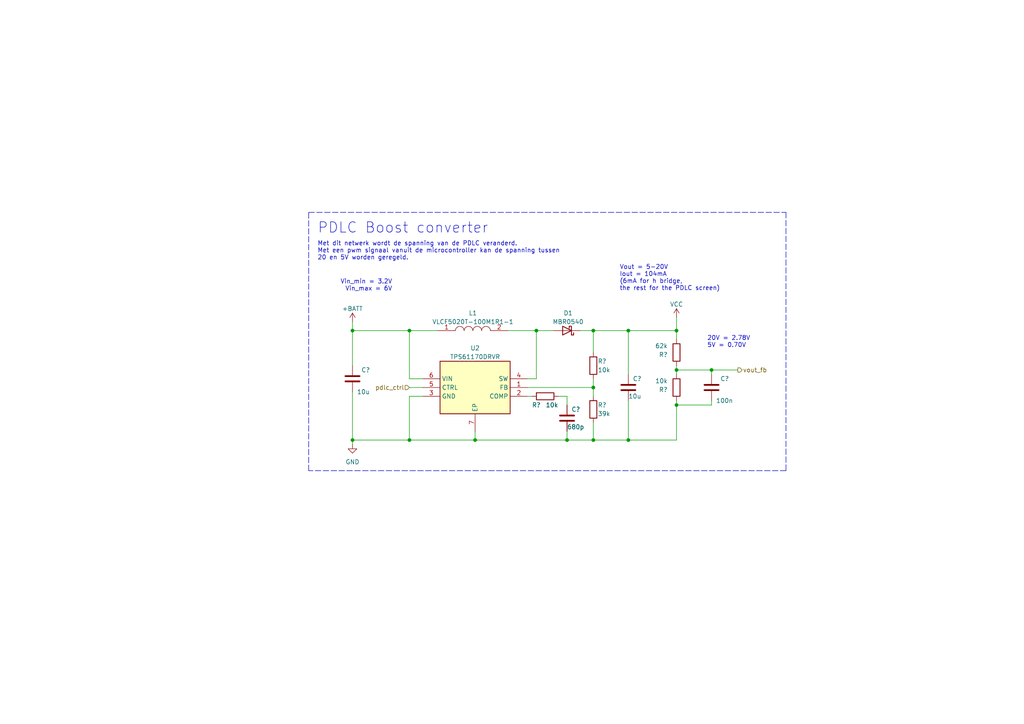
<source format=kicad_sch>
(kicad_sch (version 20230121) (generator eeschema)
  (paper "A4")
  (lib_symbols
    (symbol "CustomSymbols:TPS61170DRVR"
      (property "Reference" "U?" (at 6.35 7.62 0))
      (property "Value" "TPS61170DRVR" (at 6.35 5.08 0))
      (symbol "TPS61170DRVR_1_1"
        (rectangle (start 5.08 2.54) (end 25.4 -12.7) (stroke (width 0.254)) (fill (type background)))
        (pin input line (at 30.48 -5.08 180) (length 5.08) (name "FB") (number "1"))
        (pin output line (at 30.48 -7.62 180) (length 5.08) (name "COMP") (number "2"))
        (pin power_in line (at 0 -7.62 0) (length 5.08) (name "GND") (number "3"))
        (pin bidirectional line (at 30.48 -2.54 180) (length 5.08) (name "SW") (number "4"))
        (pin input line (at 0 -5.08 0) (length 5.08) (name "CTRL") (number "5"))
        (pin power_in line (at 0 -2.54 0) (length 5.08) (name "VIN") (number "6"))
        (pin power_in line (at 15.24 -17.78 90) (length 5.08) (name "EP") (number "7"))
      )
    )
    (symbol "CustomSymbols:VLCF5020T-100M1R1-1" (pin_names (offset 0.762))
      (property "Reference" "L" (at 16.51 6.35 0))
      (property "Value" "VLCF5020T-100M1R1-1" (at 16.51 3.81 0))
      (symbol "VLCF5020T-100M1R1-1_0_0"
        (pin passive line (at 0 0 0) (length 5.08) (name "~") (number "1"))
        (pin passive line (at 20.32 0 180) (length 5.08) (name "~") (number "2"))
      )
      (symbol "VLCF5020T-100M1R1-1_0_1"
        (arc (start 7.62 0) (mid 6.35 1.2202) (end 5.08 0) (stroke (width 0.1524)))
        (arc (start 10.16 0) (mid 8.89 1.2202) (end 7.62 0) (stroke (width 0.1524)))
        (arc (start 12.7 0) (mid 11.43 1.2202) (end 10.16 0) (stroke (width 0.1524)))
        (arc (start 15.24 0) (mid 13.97 1.2202) (end 12.7 0) (stroke (width 0.1524)))
      )
    )
    (symbol "CustomSymbols:V_PDLC" (power) (pin_names (offset 0))
      (property "Value" "V_PDLC" (at 0 3.81 0))
      (symbol "V_PDLC_0_1"
        (polyline (pts (xy -0.762 1.27) (xy 0 2.54)))
        (polyline (pts (xy 0 0) (xy 0 2.54)))
        (polyline (pts (xy 0 2.54) (xy 0.762 1.27)))
      )
      (symbol "V_PDLC_1_1"
        (pin power_in line (at 0 0 90) (length 0) hide (name "VCC") (number "1"))
      )
    )
    (symbol "Device:C" (pin_numbers hide) (pin_names (offset 0.254))
      (property "Reference" "C" (at 0.635 2.54 0))
      (property "Value" "C" (at 0.635 -2.54 0))
      (symbol "C_0_1"
        (polyline (pts (xy -2.032 -0.762) (xy 2.032 -0.762)) (stroke (width 0.508)))
        (polyline (pts (xy -2.032 0.762) (xy 2.032 0.762)) (stroke (width 0.508)))
      )
      (symbol "C_1_1"
        (pin passive line (at 0 3.81 270) (length 2.794) (name "~") (number "1"))
        (pin passive line (at 0 -3.81 90) (length 2.794) (name "~") (number "2"))
      )
    )
    (symbol "Device:R" (pin_numbers hide) (pin_names (offset 0))
      (property "Reference" "R" (at 2.032 0 90))
      (property "Value" "R" (at 0 0 90))
      (symbol "R_0_1"
        (rectangle (start -1.016 -2.54) (end 1.016 2.54) (stroke (width 0.254)))
      )
      (symbol "R_1_1"
        (pin passive line (at 0 3.81 270) (length 1.27) (name "~") (number "1"))
        (pin passive line (at 0 -3.81 90) (length 1.27) (name "~") (number "2"))
      )
    )
    (symbol "Diode:MBR0540" (pin_numbers hide) (pin_names (offset 1.016) hide)
      (property "Reference" "D" (at 0 2.54 0))
      (property "Value" "MBR0540" (at 0 -2.54 0))
      (symbol "MBR0540_0_1"
        (polyline (pts (xy 1.27 0) (xy -1.27 0)))
        (polyline (pts (xy 1.27 1.27) (xy 1.27 -1.27) (xy -1.27 0) (xy 1.27 1.27)) (stroke (width 0.254)))
        (polyline (pts (xy -1.905 0.635) (xy -1.905 1.27) (xy -1.27 1.27) (xy -1.27 -1.27) (xy -0.635 -1.27) (xy -0.635 -0.635)) (stroke (width 0.254)))
      )
      (symbol "MBR0540_1_1"
        (pin passive line (at -3.81 0 0) (length 2.54) (name "K") (number "1"))
        (pin passive line (at 3.81 0 180) (length 2.54) (name "A") (number "2"))
      )
    )
    (symbol "power:+BATT" (power) (pin_names (offset 0))
      (property "Value" "+BATT" (at 0 3.556 0))
      (symbol "+BATT_0_1"
        (polyline (pts (xy -0.762 1.27) (xy 0 2.54)))
        (polyline (pts (xy 0 0) (xy 0 2.54)))
        (polyline (pts (xy 0 2.54) (xy 0.762 1.27)))
      )
      (symbol "+BATT_1_1"
        (pin power_in line (at 0 0 90) (length 0) hide (name "+BATT") (number "1"))
      )
    )
    (symbol "power:GND" (power) (pin_names (offset 0))
      (property "Value" "GND" (at 0 -3.81 0))
      (symbol "GND_0_1"
        (polyline (pts (xy 0 0) (xy 0 -1.27) (xy 1.27 -1.27) (xy 0 -2.54) (xy -1.27 -1.27) (xy 0 -1.27)))
      )
      (symbol "GND_1_1"
        (pin power_in line (at 0 0 270) (length 0) hide (name "GND") (number "1"))
      )
    )
  )
  (junction (at 164.465 127.635))
  (junction (at 206.375 107.315))
  (junction (at 155.575 95.885))
  (junction (at 196.215 117.475))
  (junction (at 172.085 112.395))
  (junction (at 182.245 127.635))
  (junction (at 196.215 95.885))
  (junction (at 172.085 95.885))
  (junction (at 172.085 127.635))
  (junction (at 196.215 107.315))
  (junction (at 118.745 127.635))
  (junction (at 118.745 95.885))
  (junction (at 137.795 127.635))
  (junction (at 102.235 127.635))
  (junction (at 102.235 95.885))
  (junction (at 182.245 95.885))
  (wire (pts (xy 153.035 114.935) (xy 154.305 114.935)))
  (wire (pts (xy 102.235 93.345) (xy 102.235 95.885)))
  (wire (pts (xy 182.245 108.585) (xy 182.245 95.885)))
  (wire (pts (xy 206.375 107.315) (xy 213.995 107.315)))
  (wire (pts (xy 182.245 127.635) (xy 196.215 127.635)))
  (wire (pts (xy 196.215 117.475) (xy 206.375 117.475)))
  (wire (pts (xy 196.215 107.315) (xy 196.215 108.585)))
  (wire (pts (xy 137.795 127.635) (xy 164.465 127.635)))
  (wire (pts (xy 172.085 112.395) (xy 172.085 109.855)))
  (polyline (pts (xy 89.535 136.525) (xy 89.535 61.595)) (stroke (width 0) (type dash)))
  (wire (pts (xy 172.085 112.395) (xy 172.085 114.935)))
  (wire (pts (xy 155.575 109.855) (xy 153.035 109.855)))
  (wire (pts (xy 161.925 114.935) (xy 164.465 114.935)))
  (wire (pts (xy 122.555 109.855) (xy 118.745 109.855)))
  (wire (pts (xy 102.235 127.635) (xy 102.235 128.905)))
  (wire (pts (xy 182.245 95.885) (xy 196.215 95.885)))
  (wire (pts (xy 206.375 107.315) (xy 206.375 108.585)))
  (wire (pts (xy 153.035 112.395) (xy 172.085 112.395)))
  (wire (pts (xy 206.375 116.205) (xy 206.375 117.475)))
  (wire (pts (xy 172.085 127.635) (xy 182.245 127.635)))
  (wire (pts (xy 182.245 116.205) (xy 182.245 127.635)))
  (wire (pts (xy 172.085 122.555) (xy 172.085 127.635)))
  (wire (pts (xy 102.235 127.635) (xy 102.235 113.665)))
  (wire (pts (xy 164.465 114.935) (xy 164.465 117.475)))
  (wire (pts (xy 102.235 127.635) (xy 118.745 127.635)))
  (wire (pts (xy 172.085 102.235) (xy 172.085 95.885)))
  (wire (pts (xy 196.215 95.885) (xy 196.215 98.425)))
  (wire (pts (xy 122.555 114.935) (xy 118.745 114.935)))
  (wire (pts (xy 118.745 127.635) (xy 137.795 127.635)))
  (wire (pts (xy 172.085 95.885) (xy 168.275 95.885)))
  (polyline (pts (xy 227.965 136.525) (xy 89.535 136.525)) (stroke (width 0) (type dash)))
  (wire (pts (xy 118.745 95.885) (xy 127 95.885)))
  (wire (pts (xy 155.575 95.885) (xy 155.575 109.855)))
  (wire (pts (xy 196.215 116.205) (xy 196.215 117.475)))
  (wire (pts (xy 118.745 112.395) (xy 122.555 112.395)))
  (wire (pts (xy 196.215 106.045) (xy 196.215 107.315)))
  (wire (pts (xy 164.465 127.635) (xy 172.085 127.635)))
  (wire (pts (xy 147.32 95.885) (xy 155.575 95.885)))
  (wire (pts (xy 196.215 107.315) (xy 206.375 107.315)))
  (polyline (pts (xy 227.965 61.595) (xy 227.965 136.525)) (stroke (width 0) (type dash)))
  (wire (pts (xy 196.215 92.075) (xy 196.215 95.885)))
  (wire (pts (xy 196.215 117.475) (xy 196.215 127.635)))
  (wire (pts (xy 102.235 95.885) (xy 102.235 106.045)))
  (wire (pts (xy 155.575 95.885) (xy 160.655 95.885)))
  (wire (pts (xy 118.745 95.885) (xy 118.745 109.855)))
  (wire (pts (xy 118.745 114.935) (xy 118.745 127.635)))
  (polyline (pts (xy 89.535 61.595) (xy 227.965 61.595)) (stroke (width 0) (type dash)))
  (wire (pts (xy 164.465 125.095) (xy 164.465 127.635)))
  (wire (pts (xy 102.235 95.885) (xy 118.745 95.885)))
  (wire (pts (xy 137.795 125.095) (xy 137.795 127.635)))
  (wire (pts (xy 182.245 95.885) (xy 172.085 95.885)))
  (text "Vout = 5-20V\nIout = 104mA \n(6mA for h bridge, \nthe rest for the PDLC screen)" (at 179.705 84.455 0) (effects (font (size 1.27 1.27)) (justify left bottom)))
  (text "Vin_min = 3.2V\nVin_max = 6V" (at 113.792 84.582 0) (effects (font (size 1.27 1.27)) (justify right bottom)))
  (text "20V = 2.78V\n5V = 0.70V" (at 205.105 100.965 0) (effects (font (size 1.27 1.27)) (justify left bottom)))
  (text "PDLC Boost converter" (at 92.075 67.945 0) (effects (font (size 3 3)) (justify left bottom)))
  (text "Met dit netwerk wordt de spanning van de PDLC veranderd.\nMet een pwm signaal vanuit de microcontroller kan de spanning tussen\n20 en 5V worden geregeld." (at 92.075 75.565 0) (effects (font (size 1.27 1.27)) (justify left bottom)))
  (hierarchical_label "vout_fb" (shape output) (at 213.995 107.315 0))
  (hierarchical_label "pdlc_ctrl" (shape input) (at 118.745 112.395 180))
  (symbol (lib_id "Device:R") (at 172.085 118.745 0) (unit 1)
    (property "Reference" "R?" (at 173.355 117.475 0) (effects (justify left)))
    (property "Value" "39k" (at 173.355 120.015 0) (effects (justify left)))
    (property "Footprint" "Resistor_SMD:R_0805_2012Metric_Pad1.20x1.40mm_HandSolder" (effects hide))
    (instances (project "RookBril" (path "" (reference "R?") (unit 1)) (path "" (reference "R12") (unit 1))))
  )
  (symbol (lib_id "Device:C") (at 182.245 112.395 0) (unit 1)
    (property "Reference" "C?" (at 183.515 109.855 0) (effects (justify left)))
    (property "Value" "10u" (at 182.245 114.935 0) (effects (justify left)))
    (property "Footprint" "Capacitor_SMD:C_0805_2012Metric_Pad1.18x1.45mm_HandSolder" (effects hide))
    (instances (project "RookBril" (path "" (reference "C?") (unit 1)) (path "" (reference "C8") (unit 1))))
  )
  (symbol (lib_id "CustomSymbols:V_PDLC") (at 196.215 92.075 0) (unit 1)
    (property "Reference" "#PWR027" (effects hide))
    (property "Value" "V_PDLC" (at 196.215 88.265 0))
  )
  (symbol (lib_id "power:GND") (at 102.235 128.905 0) (unit 1)
    (property "Reference" "#PWR029" (effects hide))
    (property "Value" "GND" (at 102.235 133.985 0))
  )
  (symbol (lib_id "Device:R") (at 196.215 102.235 180) (unit 1)
    (property "Reference" "R?" (at 193.675 102.87 0) (effects (justify left)))
    (property "Value" "62k" (at 193.675 100.33 0) (effects (justify left)))
    (property "Footprint" "Resistor_SMD:R_0805_2012Metric_Pad1.20x1.40mm_HandSolder" (effects hide))
    (instances (project "RookBril" (path "" (reference "R?") (unit 1)) (path "" (reference "R8") (unit 1))))
  )
  (symbol (lib_id "Device:C") (at 102.235 109.855 0) (unit 1)
    (property "Reference" "C?" (at 104.775 107.315 0) (effects (justify left)))
    (property "Value" "10u" (at 103.505 113.665 0) (effects (justify left)))
    (property "Footprint" "Capacitor_SMD:C_0805_2012Metric_Pad1.18x1.45mm_HandSolder" (effects hide))
    (instances (project "RookBril" (path "" (reference "C?") (unit 1)) (path "" (reference "C7") (unit 1))))
  )
  (symbol (lib_id "Device:R") (at 158.115 114.935 90) (unit 1)
    (property "Reference" "R?" (at 156.845 117.475 90) (effects (justify left)))
    (property "Value" "10k" (at 161.925 117.475 90) (effects (justify left)))
    (property "Footprint" "Resistor_SMD:R_0805_2012Metric_Pad1.20x1.40mm_HandSolder" (effects hide))
    (instances (project "RookBril" (path "" (reference "R?") (unit 1)) (path "" (reference "R11") (unit 1))))
  )
  (symbol (lib_id "power:+BATT") (at 102.235 93.345 0) (unit 1)
    (property "Reference" "#PWR028" (effects hide))
    (property "Value" "+BATT" (at 102.235 89.535 0))
  )
  (symbol (lib_id "Device:R") (at 196.215 112.395 180) (unit 1)
    (property "Reference" "R?" (at 193.675 113.03 0) (effects (justify left)))
    (property "Value" "10k" (at 193.675 110.49 0) (effects (justify left)))
    (property "Footprint" "Resistor_SMD:R_0805_2012Metric_Pad1.20x1.40mm_HandSolder" (effects hide))
    (instances (project "RookBril" (path "" (reference "R?") (unit 1)) (path "" (reference "R10") (unit 1))))
  )
  (symbol (lib_id "CustomSymbols:TPS61170DRVR") (at 122.555 107.315 0) (unit 1)
    (property "Reference" "U2" (at 137.795 100.965 0))
    (property "Value" "TPS61170DRVR" (at 137.795 103.505 0))
    (property "Footprint" "Components:SON65P200X200X80-7N" (effects hide))
    (property "Datasheet" "http://www.ti.com/lit/gpn/tps61170" (effects hide))
    (property "Height" "0.8" (effects hide))
    (property "Manufacturer_Name" "Texas Instruments" (effects hide))
    (property "Manufacturer_Part_Number" "TPS61170DRVR" (effects hide))
    (property "Mouser Part Number" "595-TPS61170DRVR" (effects hide))
    (property "Mouser Price/Stock" "https://www.mouser.co.uk/ProductDetail/Texas-Instruments/TPS61170DRVR?qs=pZC5fsuWujFeUvvbhM8Aeg%3D%3D" (effects hide))
    (property "Arrow Part Number" "TPS61170DRVR" (effects hide))
    (property "Arrow Price/Stock" "https://www.arrow.com/en/products/tps61170drvr/texas-instruments?region=nac" (effects hide))
  )
  (symbol (lib_id "Device:C") (at 206.375 112.395 0) (unit 1)
    (property "Reference" "C?" (at 208.915 109.855 0) (effects (justify left)))
    (property "Value" "100n" (at 207.645 116.205 0) (effects (justify left)))
    (property "Footprint" "Capacitor_SMD:C_0805_2012Metric_Pad1.18x1.45mm_HandSolder" (effects hide))
    (instances (project "RookBril" (path "" (reference "C?") (unit 1)) (path "" (reference "C9") (unit 1))))
  )
  (symbol (lib_id "Device:R") (at 172.085 106.045 0) (unit 1)
    (property "Reference" "R?" (at 173.355 104.775 0) (effects (justify left)))
    (property "Value" "10k" (at 173.355 107.315 0) (effects (justify left)))
    (property "Footprint" "Resistor_SMD:R_0805_2012Metric_Pad1.20x1.40mm_HandSolder" (effects hide))
    (instances (project "RookBril" (path "" (reference "R?") (unit 1)) (path "" (reference "R9") (unit 1))))
  )
  (symbol (lib_id "Device:C") (at 164.465 121.285 0) (unit 1)
    (property "Reference" "C?" (at 165.735 118.745 0) (effects (justify left)))
    (property "Value" "680p" (at 164.465 123.825 0) (effects (justify left)))
    (property "Footprint" "Capacitor_SMD:C_0805_2012Metric_Pad1.18x1.45mm_HandSolder" (effects hide))
    (instances (project "RookBril" (path "" (reference "C?") (unit 1)) (path "" (reference "C10") (unit 1))))
  )
  (symbol (lib_id "CustomSymbols:VLCF5020T-100M1R1-1") (at 127 95.885 0) (unit 1)
    (property "Reference" "L1" (at 137.16 90.805 0))
    (property "Value" "VLCF5020T-100M1R1-1" (at 137.16 93.345 0))
    (property "Footprint" "Components:VLCF5020" (effects hide))
    (property "Datasheet" "https://product.tdk.com/system/files/dam/doc/product/inductor/inductor/smd/catalog/inductor_commercial_power_vlcf5020-1_en.pdf" (effects hide))
    (property "Description" "TDK VLC5020 Series Shielded Wire-wound SMD Inductor 10 uH +/-20% 1.5A Idc" (effects hide))
    (property "Mouser Part Number" "810-VLCF52T100M1R11" (effects hide))
    (property "Mouser Price/Stock" "https://www.mouser.co.uk/ProductDetail/TDK/VLCF5020T-100M1R1-1?qs=O2qRfqcg9D93TlFS8ggxKg%3D%3D" (effects hide))
    (property "Manufacturer_Name" "TDK" (effects hide))
    (property "Manufacturer_Part_Number" "VLCF5020T-100M1R1-1" (effects hide))
  )
  (symbol (lib_id "Diode:MBR0540") (at 164.465 95.885 180) (unit 1)
    (property "Reference" "D1" (at 164.7825 90.805 0))
    (property "Value" "MBR0540" (at 164.7825 93.345 0))
    (property "Footprint" "Diode_SMD:D_SOD-123" (effects hide))
    (property "Datasheet" "http://www.mccsemi.com/up_pdf/MBR0520~MBR0580(SOD123).pdf" (effects hide))
  )
)
</source>
